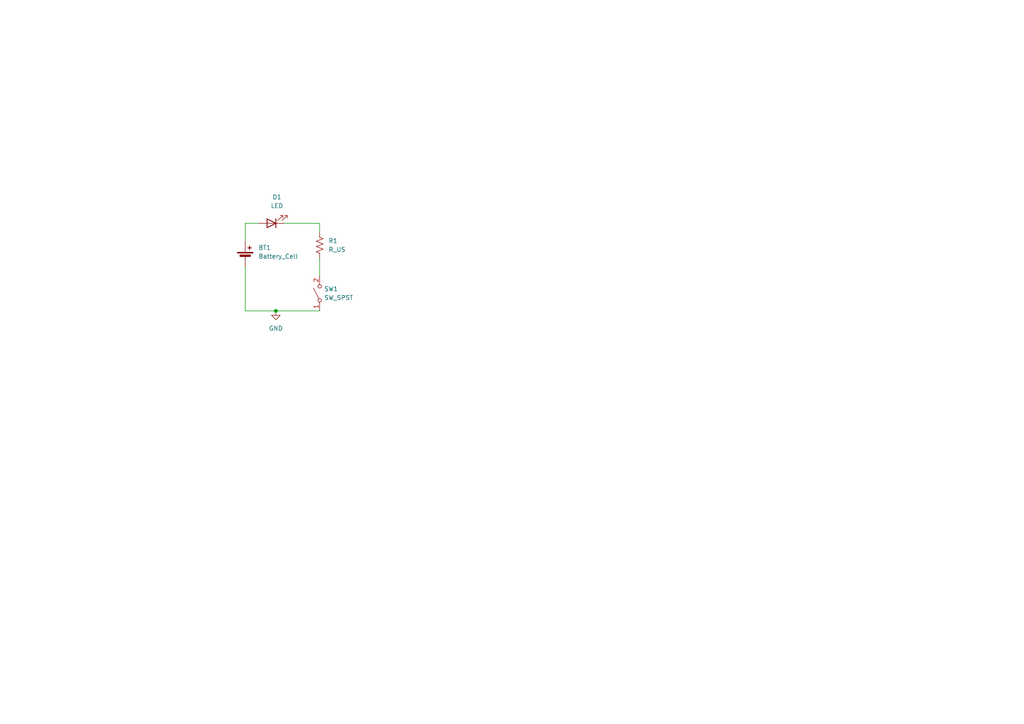
<source format=kicad_sch>
(kicad_sch (version 20231120) (generator "eeschema") (generator_version "8.0")
  (paper "A4")
  (lib_symbols
    (symbol "Device:Battery_Cell" (pin_numbers hide) (pin_names (offset 0) hide)
      (property "Reference" "BT" (at 2.54 2.54 0))
      (property "Value" "Battery_Cell" (at 2.54 0 0))
      (symbol "Battery_Cell_0_1"
        (rectangle (start -2.286 1.778) (end 2.286 1.524) (fill (type outline)))
        (rectangle (start -1.524 1.016) (end 1.524 0.508) (fill (type outline)))
        (polyline (pts (xy 0 0.762) (xy 0 0)))
        (polyline (pts (xy 0 1.778) (xy 0 2.54)))
        (polyline (pts (xy 0.762 3.048) (xy 1.778 3.048)) (stroke (width 0.254)))
        (polyline (pts (xy 1.27 3.556) (xy 1.27 2.54)) (stroke (width 0.254)))
      )
      (symbol "Battery_Cell_1_1"
        (pin passive line (at 0 5.08 270) (length 2.54) (name "+") (number "1"))
        (pin passive line (at 0 -2.54 90) (length 2.54) (name "-") (number "2"))
      )
    )
    (symbol "Device:LED" (pin_numbers hide) (pin_names (offset 1.016) hide)
      (property "Reference" "D" (at 0 2.54 0))
      (property "Value" "LED" (at 0 -2.54 0))
      (symbol "LED_0_1"
        (polyline (pts (xy -1.27 -1.27) (xy -1.27 1.27)) (stroke (width 0.254)))
        (polyline (pts (xy -1.27 0) (xy 1.27 0)))
        (polyline (pts (xy 1.27 -1.27) (xy 1.27 1.27) (xy -1.27 0) (xy 1.27 -1.27)) (stroke (width 0.254)))
        (polyline (pts (xy -3.048 -0.762) (xy -4.572 -2.286) (xy -3.81 -2.286) (xy -4.572 -2.286) (xy -4.572 -1.524)))
        (polyline (pts (xy -1.778 -0.762) (xy -3.302 -2.286) (xy -2.54 -2.286) (xy -3.302 -2.286) (xy -3.302 -1.524)))
      )
      (symbol "LED_1_1"
        (pin passive line (at -3.81 0 0) (length 2.54) (name "K") (number "1"))
        (pin passive line (at 3.81 0 180) (length 2.54) (name "A") (number "2"))
      )
    )
    (symbol "Device:R_US" (pin_numbers hide) (pin_names (offset 0))
      (property "Reference" "R" (at 2.54 0 90))
      (property "Value" "R_US" (at -2.54 0 90))
      (symbol "R_US_0_1"
        (polyline (pts (xy 0 -2.286) (xy 0 -2.54)))
        (polyline (pts (xy 0 2.286) (xy 0 2.54)))
        (polyline (pts (xy 0 -0.762) (xy 1.016 -1.143) (xy 0 -1.524) (xy -1.016 -1.905) (xy 0 -2.286)))
        (polyline (pts (xy 0 0.762) (xy 1.016 0.381) (xy 0 0) (xy -1.016 -0.381) (xy 0 -0.762)))
        (polyline (pts (xy 0 2.286) (xy 1.016 1.905) (xy 0 1.524) (xy -1.016 1.143) (xy 0 0.762)))
      )
      (symbol "R_US_1_1"
        (pin passive line (at 0 3.81 270) (length 1.27) (name "~") (number "1"))
        (pin passive line (at 0 -3.81 90) (length 1.27) (name "~") (number "2"))
      )
    )
    (symbol "Switch:SW_SPST" (pin_names (offset 0) hide)
      (property "Reference" "SW" (at 0 3.175 0))
      (property "Value" "SW_SPST" (at 0 -2.54 0))
      (symbol "SW_SPST_0_0"
        (circle (center -2.032 0) (radius 0.508))
        (polyline (pts (xy -1.524 0.254) (xy 1.524 1.778)))
        (circle (center 2.032 0) (radius 0.508))
      )
      (symbol "SW_SPST_1_1"
        (pin passive line (at -5.08 0 0) (length 2.54) (name "A") (number "1"))
        (pin passive line (at 5.08 0 180) (length 2.54) (name "B") (number "2"))
      )
    )
    (symbol "power:GND" (power) (pin_numbers hide) (pin_names (offset 0) hide)
      (property "Value" "GND" (at 0 -3.81 0))
      (symbol "GND_0_1"
        (polyline (pts (xy 0 0) (xy 0 -1.27) (xy 1.27 -1.27) (xy 0 -2.54) (xy -1.27 -1.27) (xy 0 -1.27)))
      )
      (symbol "GND_1_1"
        (pin power_in line (at 0 0 270) (length 0) (name "~") (number "1"))
      )
    )
  )
  (junction (at 80.01 90.17))
  (wire (pts (xy 92.71 74.93) (xy 92.71 80.01)))
  (wire (pts (xy 80.01 90.17) (xy 92.71 90.17)))
  (wire (pts (xy 71.12 90.17) (xy 80.01 90.17)))
  (wire (pts (xy 71.12 77.47) (xy 71.12 90.17)))
  (wire (pts (xy 92.71 64.77) (xy 92.71 67.31)))
  (wire (pts (xy 71.12 69.85) (xy 71.12 64.77)))
  (wire (pts (xy 71.12 64.77) (xy 74.93 64.77)))
  (wire (pts (xy 82.55 64.77) (xy 92.71 64.77)))
  (symbol (lib_id "Switch:SW_SPST") (at 92.71 85.09 90) (unit 1)
    (property "Reference" "SW1" (at 93.98 83.8199 90) (effects (justify right)))
    (property "Value" "SW_SPST" (at 93.98 86.3599 90) (effects (justify right)))
    (property "Footprint" "Button_Switch_THT:SW_PUSH_6mm" (effects (hide yes)))
    (property "Description" "Single Pole Single Throw (SPST) switch" (effects (hide yes)))
  )
  (symbol (lib_id "Device:R_US") (at 92.71 71.12 0) (unit 1)
    (property "Reference" "R1" (at 95.25 69.8499 0) (effects (justify left)))
    (property "Value" "R_US" (at 95.25 72.3899 0) (effects (justify left)))
    (property "Footprint" "Resistor_SMD:R_2512_6332Metric" (effects (hide yes)))
    (property "Description" "Resistor, US symbol" (effects (hide yes)))
  )
  (symbol (lib_id "Device:Battery_Cell") (at 71.12 74.93 0) (unit 1)
    (property "Reference" "BT1" (at 74.93 71.8184 0) (effects (justify left)))
    (property "Value" "Battery_Cell" (at 74.93 74.3584 0) (effects (justify left)))
    (property "Footprint" "Battery:BatteryHolder_Keystone_103_1x20mm" (effects (hide yes)))
    (property "Description" "Single-cell battery" (effects (hide yes)))
  )
  (symbol (lib_id "power:GND") (at 80.01 90.17 0) (unit 1)
    (property "Reference" "#PWR01" (effects (hide yes)))
    (property "Value" "GND" (at 80.01 95.25 0))
    (property "Description" "Power symbol creates a global label with name \"GND\" , ground" (effects (hide yes)))
  )
  (symbol (lib_id "Device:LED") (at 78.74 64.77 180) (unit 1)
    (property "Reference" "D1" (at 80.3275 57.15 0))
    (property "Value" "LED" (at 80.3275 59.69 0))
    (property "Footprint" "LED_SMD:LED_2512_6332Metric" (effects (hide yes)))
    (property "Description" "Light emitting diode" (effects (hide yes)))
  )
)
</source>
